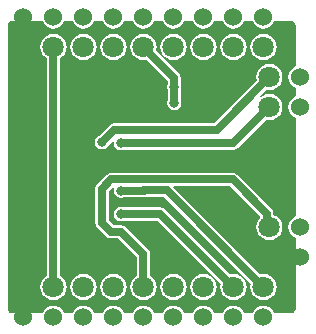
<source format=gbl>
G04*
G04 #@! TF.GenerationSoftware,Altium Limited,Altium Designer,22.1.2 (22)*
G04*
G04 Layer_Physical_Order=2*
G04 Layer_Color=16711680*
%FSLAX44Y44*%
%MOMM*%
G71*
G04*
G04 #@! TF.SameCoordinates,9297B7E3-83E3-42CA-A819-2C289E2C524A*
G04*
G04*
G04 #@! TF.FilePolarity,Positive*
G04*
G01*
G75*
%ADD29C,0.7000*%
%ADD30C,1.5240*%
%ADD31C,1.8000*%
%ADD32C,0.8000*%
G36*
X244156Y249394D02*
X245348Y248598D01*
X246144Y247406D01*
X246420Y246019D01*
X246416Y246000D01*
Y211128D01*
X245149Y210603D01*
X243139Y209061D01*
X241597Y207052D01*
X240628Y204711D01*
X240297Y202200D01*
X240628Y199689D01*
X241597Y197348D01*
X243139Y195339D01*
X245149Y193797D01*
X246416Y193272D01*
Y185728D01*
X245149Y185203D01*
X243139Y183661D01*
X241597Y181651D01*
X240628Y179311D01*
X240297Y176800D01*
X240628Y174289D01*
X241597Y171949D01*
X243139Y169939D01*
X245149Y168397D01*
X246416Y167872D01*
Y84128D01*
X245149Y83603D01*
X243139Y82061D01*
X241597Y80051D01*
X240628Y77711D01*
X240297Y75200D01*
X240628Y72689D01*
X241597Y70349D01*
X243139Y68339D01*
X245149Y66797D01*
X246416Y66272D01*
Y6000D01*
X246420Y5981D01*
X246144Y4594D01*
X245348Y3402D01*
X244156Y2606D01*
X243920Y2559D01*
X242750Y2334D01*
X242750D01*
X242675Y2334D01*
X241495Y2334D01*
X228282D01*
X227653Y3851D01*
X226111Y5861D01*
X224102Y7403D01*
X221761Y8372D01*
X219250Y8703D01*
X216739Y8372D01*
X214398Y7403D01*
X212389Y5861D01*
X210847Y3851D01*
X210218Y2334D01*
X202882D01*
X202253Y3851D01*
X200711Y5861D01*
X198701Y7403D01*
X196361Y8372D01*
X193850Y8703D01*
X191339Y8372D01*
X188999Y7403D01*
X186989Y5861D01*
X185447Y3851D01*
X184818Y2334D01*
X177482D01*
X176853Y3851D01*
X175311Y5861D01*
X173302Y7403D01*
X170961Y8372D01*
X168450Y8703D01*
X165939Y8372D01*
X163598Y7403D01*
X161589Y5861D01*
X160047Y3851D01*
X159418Y2334D01*
X152082D01*
X151453Y3851D01*
X149911Y5861D01*
X147901Y7403D01*
X145561Y8372D01*
X143050Y8703D01*
X140539Y8372D01*
X138198Y7403D01*
X136189Y5861D01*
X134647Y3851D01*
X134018Y2334D01*
X126682D01*
X126053Y3851D01*
X124511Y5861D01*
X122501Y7403D01*
X120161Y8372D01*
X117650Y8703D01*
X115139Y8372D01*
X112799Y7403D01*
X110789Y5861D01*
X109247Y3851D01*
X108618Y2334D01*
X101282D01*
X100653Y3851D01*
X99111Y5861D01*
X97101Y7403D01*
X94761Y8372D01*
X92250Y8703D01*
X89739Y8372D01*
X87399Y7403D01*
X85389Y5861D01*
X83847Y3851D01*
X83218Y2334D01*
X75882D01*
X75253Y3851D01*
X73711Y5861D01*
X71701Y7403D01*
X69361Y8372D01*
X66850Y8703D01*
X64339Y8372D01*
X61999Y7403D01*
X59989Y5861D01*
X58447Y3851D01*
X57818Y2334D01*
X50482D01*
X49853Y3851D01*
X48311Y5861D01*
X46301Y7403D01*
X43961Y8372D01*
X41450Y8703D01*
X38939Y8372D01*
X36598Y7403D01*
X34589Y5861D01*
X33047Y3851D01*
X32418Y2334D01*
X6250D01*
X6231Y2330D01*
X4844Y2606D01*
X3652Y3402D01*
X2856Y4594D01*
X2580Y5981D01*
X2584Y6000D01*
Y246000D01*
X2580Y246019D01*
X2856Y247406D01*
X3652Y248598D01*
X4844Y249394D01*
X5074Y249440D01*
X6250Y249666D01*
Y249666D01*
X6250Y249666D01*
X32418D01*
X33047Y248148D01*
X34589Y246139D01*
X36598Y244597D01*
X38939Y243628D01*
X41450Y243297D01*
X43961Y243628D01*
X46301Y244597D01*
X48311Y246139D01*
X49853Y248148D01*
X50482Y249666D01*
X57818D01*
X58447Y248148D01*
X59989Y246139D01*
X61999Y244597D01*
X64339Y243628D01*
X66850Y243297D01*
X69361Y243628D01*
X71701Y244597D01*
X73711Y246139D01*
X75253Y248148D01*
X75882Y249666D01*
X83218D01*
X83847Y248147D01*
X85389Y246137D01*
X87399Y244595D01*
X89739Y243626D01*
X92250Y243295D01*
X94761Y243626D01*
X97101Y244595D01*
X99111Y246137D01*
X100653Y248147D01*
X101282Y249666D01*
X108618D01*
X109247Y248147D01*
X110789Y246137D01*
X112799Y244595D01*
X115139Y243626D01*
X117650Y243295D01*
X120161Y243626D01*
X122501Y244595D01*
X124511Y246137D01*
X126053Y248147D01*
X126682Y249666D01*
X134018D01*
X134647Y248147D01*
X136189Y246137D01*
X138198Y244595D01*
X140539Y243626D01*
X143050Y243295D01*
X145561Y243626D01*
X147901Y244595D01*
X149911Y246137D01*
X151453Y248147D01*
X152082Y249666D01*
X159418D01*
X160047Y248148D01*
X161589Y246139D01*
X163598Y244597D01*
X165939Y243628D01*
X168450Y243297D01*
X170961Y243628D01*
X173302Y244597D01*
X175311Y246139D01*
X176853Y248148D01*
X177482Y249666D01*
X184818D01*
X185447Y248148D01*
X186989Y246139D01*
X188999Y244597D01*
X191339Y243628D01*
X193850Y243297D01*
X196361Y243628D01*
X198701Y244597D01*
X200711Y246139D01*
X202253Y248148D01*
X202882Y249666D01*
X210218D01*
X210847Y248148D01*
X212389Y246139D01*
X214398Y244597D01*
X216739Y243628D01*
X219250Y243297D01*
X221761Y243628D01*
X224102Y244597D01*
X226111Y246139D01*
X227653Y248148D01*
X228282Y249666D01*
X242750D01*
X242769Y249670D01*
X244156Y249394D01*
D02*
G37*
%LPC*%
G36*
X143050Y238693D02*
X140178Y238315D01*
X137502Y237207D01*
X135205Y235444D01*
X133441Y233146D01*
X132333Y230470D01*
X131955Y227598D01*
X132333Y224727D01*
X133441Y222051D01*
X134528Y220635D01*
X135148Y219827D01*
X134191Y218988D01*
X128377Y224802D01*
X128745Y227598D01*
X128367Y230470D01*
X127259Y233146D01*
X125495Y235444D01*
X123197Y237207D01*
X120522Y238315D01*
X117650Y238693D01*
X114778Y238315D01*
X112102Y237207D01*
X109805Y235444D01*
X108041Y233146D01*
X106933Y230470D01*
X106555Y227598D01*
X106933Y224727D01*
X108041Y222051D01*
X109805Y219753D01*
X112102Y217990D01*
X114778Y216882D01*
X117650Y216503D01*
X120446Y216871D01*
X138142Y199175D01*
Y196157D01*
X138098Y196091D01*
X137633Y193750D01*
X138098Y191409D01*
X138142Y191343D01*
Y182407D01*
X138098Y182341D01*
X137633Y180000D01*
X138098Y177659D01*
X139424Y175674D01*
X141409Y174348D01*
X143750Y173883D01*
X146091Y174348D01*
X148076Y175674D01*
X149402Y177659D01*
X149867Y180000D01*
X149402Y182341D01*
X149358Y182407D01*
Y191343D01*
X149402Y191409D01*
X149867Y193750D01*
X149402Y196091D01*
X149358Y196157D01*
Y201498D01*
X148931Y203644D01*
X147715Y205464D01*
X134439Y218740D01*
X135278Y219696D01*
X136087Y219076D01*
X137502Y217990D01*
X140178Y216882D01*
X143050Y216503D01*
X145922Y216882D01*
X148597Y217990D01*
X150895Y219753D01*
X152659Y222051D01*
X153767Y224727D01*
X154145Y227598D01*
X153767Y230470D01*
X152659Y233146D01*
X150895Y235444D01*
X148597Y237207D01*
X145922Y238315D01*
X143050Y238693D01*
D02*
G37*
G36*
X219250Y238695D02*
X216378Y238317D01*
X213703Y237208D01*
X211405Y235445D01*
X209641Y233148D01*
X208533Y230472D01*
X208155Y227600D01*
X208533Y224728D01*
X209641Y222052D01*
X211405Y219755D01*
X213703Y217992D01*
X216378Y216883D01*
X219250Y216505D01*
X222122Y216883D01*
X224797Y217992D01*
X227095Y219755D01*
X228858Y222052D01*
X229967Y224728D01*
X230345Y227600D01*
X229967Y230472D01*
X228858Y233148D01*
X227095Y235445D01*
X224797Y237208D01*
X222122Y238317D01*
X219250Y238695D01*
D02*
G37*
G36*
X193850D02*
X190978Y238317D01*
X188302Y237208D01*
X186005Y235445D01*
X184242Y233148D01*
X183133Y230472D01*
X182755Y227600D01*
X183133Y224728D01*
X184242Y222052D01*
X186005Y219755D01*
X188302Y217992D01*
X190978Y216883D01*
X193850Y216505D01*
X196722Y216883D01*
X199397Y217992D01*
X201695Y219755D01*
X203458Y222052D01*
X204567Y224728D01*
X204945Y227600D01*
X204567Y230472D01*
X203458Y233148D01*
X201695Y235445D01*
X199397Y237208D01*
X196722Y238317D01*
X193850Y238695D01*
D02*
G37*
G36*
X168450D02*
X165578Y238317D01*
X162903Y237208D01*
X160605Y235445D01*
X158841Y233148D01*
X157733Y230472D01*
X157355Y227600D01*
X157733Y224728D01*
X158841Y222052D01*
X160605Y219755D01*
X162903Y217992D01*
X165578Y216883D01*
X168450Y216505D01*
X171322Y216883D01*
X173997Y217992D01*
X176295Y219755D01*
X178058Y222052D01*
X179167Y224728D01*
X179545Y227600D01*
X179167Y230472D01*
X178058Y233148D01*
X176295Y235445D01*
X173997Y237208D01*
X171322Y238317D01*
X168450Y238695D01*
D02*
G37*
G36*
X66850D02*
X63978Y238317D01*
X61302Y237208D01*
X59005Y235445D01*
X57242Y233148D01*
X56133Y230472D01*
X55755Y227600D01*
X56133Y224728D01*
X57242Y222052D01*
X59005Y219755D01*
X61302Y217992D01*
X63978Y216883D01*
X66850Y216505D01*
X69722Y216883D01*
X72397Y217992D01*
X74695Y219755D01*
X76458Y222052D01*
X77567Y224728D01*
X77945Y227600D01*
X77567Y230472D01*
X76458Y233148D01*
X74695Y235445D01*
X72397Y237208D01*
X69722Y238317D01*
X66850Y238695D01*
D02*
G37*
G36*
X92250Y238693D02*
X89378Y238315D01*
X86702Y237207D01*
X84405Y235444D01*
X82641Y233146D01*
X81533Y230470D01*
X81155Y227598D01*
X81533Y224727D01*
X82641Y222051D01*
X84405Y219753D01*
X86702Y217990D01*
X89378Y216882D01*
X92250Y216503D01*
X95122Y216882D01*
X97797Y217990D01*
X100095Y219753D01*
X101859Y222051D01*
X102967Y224727D01*
X103345Y227598D01*
X102967Y230470D01*
X101859Y233146D01*
X100095Y235444D01*
X97797Y237207D01*
X95122Y238315D01*
X92250Y238693D01*
D02*
G37*
G36*
X224250Y213295D02*
X221378Y212917D01*
X218703Y211808D01*
X216405Y210045D01*
X214641Y207747D01*
X213533Y205072D01*
X213155Y202200D01*
X213523Y199404D01*
X177363Y163244D01*
X93136D01*
X90990Y162817D01*
X89171Y161601D01*
X80237Y152667D01*
X80159Y152652D01*
X78174Y151326D01*
X76848Y149341D01*
X76382Y147000D01*
X76848Y144659D01*
X78174Y142674D01*
X80159Y141348D01*
X82500Y140883D01*
X84841Y141348D01*
X86826Y142674D01*
X88152Y144659D01*
X88167Y144737D01*
X91749Y148319D01*
X92920Y147693D01*
X92633Y146250D01*
X93098Y143909D01*
X94424Y141924D01*
X96409Y140598D01*
X98750Y140133D01*
X101091Y140598D01*
X101157Y140642D01*
X193700D01*
X195846Y141069D01*
X197665Y142285D01*
X221454Y166073D01*
X224250Y165705D01*
X227122Y166083D01*
X229797Y167192D01*
X232095Y168955D01*
X233859Y171252D01*
X234967Y173928D01*
X235345Y176800D01*
X234967Y179672D01*
X233859Y182348D01*
X232095Y184645D01*
X229797Y186409D01*
X227122Y187517D01*
X224250Y187895D01*
X221378Y187517D01*
X218703Y186409D01*
X217548Y185522D01*
X216728Y185789D01*
X216289Y186157D01*
X216291Y186311D01*
X221454Y191473D01*
X224250Y191105D01*
X227122Y191483D01*
X229797Y192591D01*
X232095Y194355D01*
X233859Y196653D01*
X234967Y199328D01*
X235345Y202200D01*
X234967Y205072D01*
X233859Y207747D01*
X232095Y210045D01*
X229797Y211808D01*
X227122Y212917D01*
X224250Y213295D01*
D02*
G37*
G36*
X193250Y121108D02*
X90500D01*
X88354Y120681D01*
X86535Y119465D01*
X78535Y111465D01*
X77319Y109646D01*
X76892Y107500D01*
Y78750D01*
X77319Y76604D01*
X78535Y74785D01*
X86035Y67285D01*
X87854Y66069D01*
X90000Y65642D01*
X96427D01*
X112042Y50027D01*
Y33962D01*
X109805Y32245D01*
X108041Y29948D01*
X106933Y27272D01*
X106555Y24400D01*
X106933Y21528D01*
X108041Y18852D01*
X109805Y16555D01*
X112102Y14792D01*
X114778Y13683D01*
X117650Y13305D01*
X120522Y13683D01*
X123197Y14792D01*
X125495Y16555D01*
X127259Y18852D01*
X128367Y21528D01*
X128745Y24400D01*
X128367Y27272D01*
X127259Y29948D01*
X125495Y32245D01*
X123258Y33962D01*
Y52350D01*
X122831Y54496D01*
X121615Y56315D01*
X102715Y75215D01*
X100896Y76431D01*
X98750Y76858D01*
X92323D01*
X88108Y81073D01*
Y105177D01*
X92173Y109242D01*
X93160Y108433D01*
X93098Y108341D01*
X92633Y106000D01*
X93098Y103659D01*
X94424Y101674D01*
X96409Y100348D01*
X98750Y99882D01*
X101091Y100348D01*
X101157Y100392D01*
X118085D01*
X119342Y100642D01*
X135077D01*
X202461Y33259D01*
X201622Y32302D01*
X200814Y32922D01*
X199398Y34009D01*
X196722Y35117D01*
X193850Y35495D01*
X191054Y35127D01*
X135965Y90215D01*
X134146Y91431D01*
X132000Y91858D01*
X101157D01*
X101091Y91902D01*
X98750Y92367D01*
X96409Y91902D01*
X94424Y90576D01*
X93098Y88591D01*
X92633Y86250D01*
X93098Y83909D01*
X94424Y81924D01*
X96409Y80598D01*
X98750Y80133D01*
X101091Y80598D01*
X101157Y80642D01*
X129677D01*
X177061Y33259D01*
X176222Y32302D01*
X175414Y32922D01*
X173997Y34009D01*
X171322Y35117D01*
X168450Y35495D01*
X165578Y35117D01*
X162903Y34009D01*
X160605Y32245D01*
X158841Y29948D01*
X157733Y27272D01*
X157355Y24400D01*
X157733Y21528D01*
X158841Y18852D01*
X160605Y16555D01*
X162903Y14792D01*
X165578Y13683D01*
X168450Y13305D01*
X171322Y13683D01*
X173997Y14792D01*
X176295Y16555D01*
X178058Y18852D01*
X179167Y21528D01*
X179545Y24400D01*
X179167Y27272D01*
X178058Y29948D01*
X176972Y31363D01*
X176352Y32172D01*
X177309Y33011D01*
X183123Y27196D01*
X182755Y24400D01*
X183133Y21528D01*
X184242Y18852D01*
X186005Y16555D01*
X188302Y14792D01*
X190978Y13683D01*
X193850Y13305D01*
X196722Y13683D01*
X199398Y14792D01*
X201695Y16555D01*
X203458Y18852D01*
X204567Y21528D01*
X204945Y24400D01*
X204567Y27272D01*
X203458Y29948D01*
X202372Y31363D01*
X201752Y32172D01*
X202709Y33011D01*
X208523Y27196D01*
X208155Y24400D01*
X208533Y21528D01*
X209641Y18852D01*
X211405Y16555D01*
X213703Y14792D01*
X216378Y13683D01*
X219250Y13305D01*
X222122Y13683D01*
X224797Y14792D01*
X227095Y16555D01*
X228859Y18852D01*
X229967Y21528D01*
X230345Y24400D01*
X229967Y27272D01*
X228859Y29948D01*
X227095Y32245D01*
X224797Y34009D01*
X222122Y35117D01*
X219250Y35495D01*
X216454Y35127D01*
X142862Y108719D01*
X143348Y109892D01*
X190927D01*
X216474Y84345D01*
X216423Y83059D01*
X216405Y83045D01*
X214641Y80747D01*
X213533Y78072D01*
X213155Y75200D01*
X213533Y72328D01*
X214641Y69653D01*
X216405Y67355D01*
X218703Y65592D01*
X221378Y64483D01*
X224250Y64105D01*
X227122Y64483D01*
X229797Y65592D01*
X232095Y67355D01*
X233859Y69653D01*
X234967Y72328D01*
X235345Y75200D01*
X234967Y78072D01*
X233859Y80747D01*
X232095Y83045D01*
X229797Y84809D01*
X227753Y85655D01*
Y86605D01*
X227326Y88751D01*
X226110Y90570D01*
X197215Y119465D01*
X195396Y120681D01*
X193250Y121108D01*
D02*
G37*
G36*
X143050Y35495D02*
X140178Y35117D01*
X137502Y34009D01*
X135205Y32245D01*
X133441Y29948D01*
X132333Y27272D01*
X131955Y24400D01*
X132333Y21528D01*
X133441Y18852D01*
X135205Y16555D01*
X137502Y14792D01*
X140178Y13683D01*
X143050Y13305D01*
X145922Y13683D01*
X148597Y14792D01*
X150895Y16555D01*
X152659Y18852D01*
X153767Y21528D01*
X154145Y24400D01*
X153767Y27272D01*
X152659Y29948D01*
X150895Y32245D01*
X148597Y34009D01*
X145922Y35117D01*
X143050Y35495D01*
D02*
G37*
G36*
X92250D02*
X89378Y35117D01*
X86702Y34009D01*
X84405Y32245D01*
X82641Y29948D01*
X81533Y27272D01*
X81155Y24400D01*
X81533Y21528D01*
X82641Y18852D01*
X84405Y16555D01*
X86702Y14792D01*
X89378Y13683D01*
X92250Y13305D01*
X95122Y13683D01*
X97797Y14792D01*
X100095Y16555D01*
X101859Y18852D01*
X102967Y21528D01*
X103345Y24400D01*
X102967Y27272D01*
X101859Y29948D01*
X100095Y32245D01*
X97797Y34009D01*
X95122Y35117D01*
X92250Y35495D01*
D02*
G37*
G36*
X66850D02*
X63978Y35117D01*
X61302Y34009D01*
X59005Y32245D01*
X57242Y29948D01*
X56133Y27272D01*
X55755Y24400D01*
X56133Y21528D01*
X57242Y18852D01*
X59005Y16555D01*
X61302Y14792D01*
X63978Y13683D01*
X66850Y13305D01*
X69722Y13683D01*
X72397Y14792D01*
X74695Y16555D01*
X76459Y18852D01*
X77567Y21528D01*
X77945Y24400D01*
X77567Y27272D01*
X76459Y29948D01*
X74695Y32245D01*
X72397Y34009D01*
X69722Y35117D01*
X66850Y35495D01*
D02*
G37*
G36*
X41450Y238695D02*
X38578Y238317D01*
X35903Y237208D01*
X33605Y235445D01*
X31841Y233148D01*
X30733Y230472D01*
X30355Y227600D01*
X30733Y224728D01*
X31841Y222052D01*
X33605Y219755D01*
X35842Y218038D01*
Y33962D01*
X33605Y32245D01*
X31841Y29948D01*
X30733Y27272D01*
X30355Y24400D01*
X30733Y21528D01*
X31841Y18852D01*
X33605Y16555D01*
X35903Y14792D01*
X38578Y13683D01*
X41450Y13305D01*
X44322Y13683D01*
X46997Y14792D01*
X49295Y16555D01*
X51059Y18852D01*
X52167Y21528D01*
X52545Y24400D01*
X52167Y27272D01*
X51059Y29948D01*
X49295Y32245D01*
X47058Y33962D01*
Y218038D01*
X49295Y219755D01*
X51058Y222052D01*
X52167Y224728D01*
X52545Y227600D01*
X52167Y230472D01*
X51058Y233148D01*
X49295Y235445D01*
X46997Y237208D01*
X44322Y238317D01*
X41450Y238695D01*
D02*
G37*
%LPD*%
D29*
X143750Y180000D02*
Y193750D01*
Y201498D01*
X117650Y227598D02*
X143750Y201498D01*
X93136Y157636D02*
X179686D01*
X82500Y147000D02*
X93136Y157636D01*
X41450Y24400D02*
Y227600D01*
X41450Y227600D02*
X41450Y227600D01*
X183750Y75271D02*
X192500Y84021D01*
X183750Y75000D02*
Y75271D01*
X192500Y84021D02*
Y100000D01*
X90500Y115500D02*
X193250D01*
X222145Y77305D02*
Y86605D01*
X193250Y115500D02*
X222145Y86605D01*
Y77305D02*
X224250Y75200D01*
X179686Y157636D02*
X224250Y202200D01*
X193700Y146250D02*
X224250Y176800D01*
X98750Y146250D02*
X193700D01*
X98559Y146059D02*
X98750Y146250D01*
Y106000D02*
X118085D01*
X82500Y78750D02*
Y107500D01*
X90500Y115500D01*
X118085Y106000D02*
X118335Y106250D01*
X137400D01*
X117650Y24400D02*
Y52350D01*
X82500Y78750D02*
X90000Y71250D01*
X98750D01*
X117650Y52350D01*
X137400Y106250D02*
X219250Y24400D01*
X132000Y86250D02*
X193850Y24400D01*
X98750Y86250D02*
X132000D01*
D30*
X168450Y253000D02*
D03*
X92250Y252998D02*
D03*
X117650D02*
D03*
X143050D02*
D03*
X250000Y176800D02*
D03*
Y49800D02*
D03*
Y75200D02*
D03*
Y202200D02*
D03*
X219250Y-1000D02*
D03*
X168450D02*
D03*
X143050D02*
D03*
X117650D02*
D03*
X193850D02*
D03*
X16050D02*
D03*
X41450D02*
D03*
X66850D02*
D03*
X92250D02*
D03*
X219250Y253000D02*
D03*
X193850D02*
D03*
X41450D02*
D03*
X66850D02*
D03*
X16050D02*
D03*
D31*
X168450Y227600D02*
D03*
X193850D02*
D03*
X219250D02*
D03*
X92250Y227598D02*
D03*
X117650D02*
D03*
X143050D02*
D03*
X224250Y176800D02*
D03*
Y202200D02*
D03*
X219250Y24400D02*
D03*
X193850D02*
D03*
X168450D02*
D03*
X143050D02*
D03*
X117650D02*
D03*
X92250D02*
D03*
X66850D02*
D03*
X41450D02*
D03*
X16050D02*
D03*
X224250Y49800D02*
D03*
Y75200D02*
D03*
X66850Y227600D02*
D03*
X41450D02*
D03*
X16050D02*
D03*
D32*
X143750Y193750D02*
D03*
Y180000D02*
D03*
X181250Y185000D02*
D03*
X106250Y175000D02*
D03*
X236250Y155000D02*
D03*
Y95000D02*
D03*
X226250Y155000D02*
D03*
X201250Y125000D02*
D03*
X146250Y135000D02*
D03*
X106250Y35000D02*
D03*
X96250Y175000D02*
D03*
X86250D02*
D03*
X76250D02*
D03*
X81250Y165000D02*
D03*
X76250Y155000D02*
D03*
Y135000D02*
D03*
X81250Y125000D02*
D03*
X76250Y115000D02*
D03*
X66250Y175000D02*
D03*
X71250Y165000D02*
D03*
X66250Y155000D02*
D03*
X71250Y145000D02*
D03*
X66250Y135000D02*
D03*
X71250Y125000D02*
D03*
X66250Y115000D02*
D03*
X71250Y105000D02*
D03*
X66250Y95000D02*
D03*
X71250Y85000D02*
D03*
X66250Y75000D02*
D03*
X56250Y175000D02*
D03*
X61250Y165000D02*
D03*
X56250Y155000D02*
D03*
X61250Y145000D02*
D03*
X56250Y135000D02*
D03*
X61250Y125000D02*
D03*
X56250Y115000D02*
D03*
X61250Y105000D02*
D03*
X56250Y95000D02*
D03*
X61250Y85000D02*
D03*
X56250Y75000D02*
D03*
X51250Y165000D02*
D03*
Y145000D02*
D03*
Y125000D02*
D03*
Y105000D02*
D03*
Y85000D02*
D03*
X26250Y175000D02*
D03*
X31250Y165000D02*
D03*
X26250Y155000D02*
D03*
X31250Y145000D02*
D03*
X26250Y135000D02*
D03*
X31250Y125000D02*
D03*
X26250Y115000D02*
D03*
X31250Y105000D02*
D03*
X26250Y95000D02*
D03*
X31250Y85000D02*
D03*
X26250Y75000D02*
D03*
X16250Y175000D02*
D03*
X21250Y165000D02*
D03*
X16250Y155000D02*
D03*
X21250Y145000D02*
D03*
X16250Y135000D02*
D03*
X21250Y125000D02*
D03*
X16250Y115000D02*
D03*
X21250Y105000D02*
D03*
X16250Y95000D02*
D03*
X21250Y85000D02*
D03*
X16250Y75000D02*
D03*
X192500Y100000D02*
D03*
X183750Y75000D02*
D03*
X82500Y147000D02*
D03*
X98750Y106000D02*
D03*
Y146250D02*
D03*
X98750Y86250D02*
D03*
M02*

</source>
